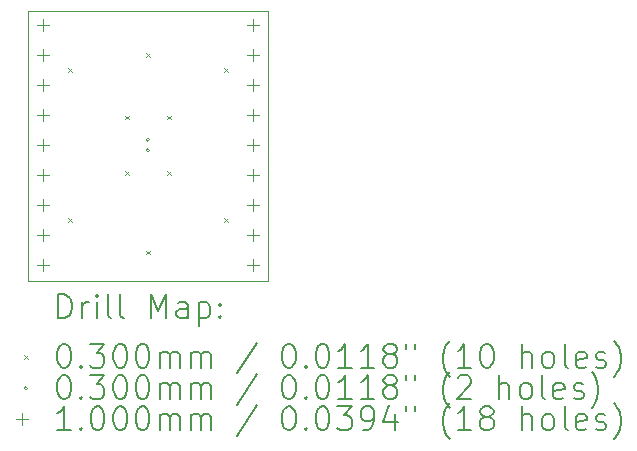
<source format=gbr>
%TF.GenerationSoftware,KiCad,Pcbnew,9.0.6*%
%TF.CreationDate,2026-01-07T12:11:58-06:00*%
%TF.ProjectId,DHVQFN-14_3x2.5_P0.5,44485651-464e-42d3-9134-5f3378322e35,rev?*%
%TF.SameCoordinates,Original*%
%TF.FileFunction,Drillmap*%
%TF.FilePolarity,Positive*%
%FSLAX45Y45*%
G04 Gerber Fmt 4.5, Leading zero omitted, Abs format (unit mm)*
G04 Created by KiCad (PCBNEW 9.0.6) date 2026-01-07 12:11:58*
%MOMM*%
%LPD*%
G01*
G04 APERTURE LIST*
%ADD10C,0.050000*%
%ADD11C,0.200000*%
%ADD12C,0.100000*%
G04 APERTURE END LIST*
D10*
X12293600Y-9991227D02*
X14325600Y-9991227D01*
X14325600Y-12277227D01*
X12293600Y-12277227D01*
X12293600Y-9991227D01*
D11*
D12*
X12634200Y-10475200D02*
X12664200Y-10505200D01*
X12664200Y-10475200D02*
X12634200Y-10505200D01*
X12634200Y-11745200D02*
X12664200Y-11775200D01*
X12664200Y-11745200D02*
X12634200Y-11775200D01*
X13116800Y-10877927D02*
X13146800Y-10907927D01*
X13146800Y-10877927D02*
X13116800Y-10907927D01*
X13116800Y-11347827D02*
X13146800Y-11377827D01*
X13146800Y-11347827D02*
X13116800Y-11377827D01*
X13294600Y-10348200D02*
X13324600Y-10378200D01*
X13324600Y-10348200D02*
X13294600Y-10378200D01*
X13294600Y-12020927D02*
X13324600Y-12050927D01*
X13324600Y-12020927D02*
X13294600Y-12050927D01*
X13472400Y-10877927D02*
X13502400Y-10907927D01*
X13502400Y-10877927D02*
X13472400Y-10907927D01*
X13472400Y-11347827D02*
X13502400Y-11377827D01*
X13502400Y-11347827D02*
X13472400Y-11377827D01*
X13955000Y-10475200D02*
X13985000Y-10505200D01*
X13985000Y-10475200D02*
X13955000Y-10505200D01*
X13955000Y-11745200D02*
X13985000Y-11775200D01*
X13985000Y-11745200D02*
X13955000Y-11775200D01*
X13324600Y-11080200D02*
G75*
G02*
X13294600Y-11080200I-15000J0D01*
G01*
X13294600Y-11080200D02*
G75*
G02*
X13324600Y-11080200I15000J0D01*
G01*
X13324600Y-11170200D02*
G75*
G02*
X13294600Y-11170200I-15000J0D01*
G01*
X13294600Y-11170200D02*
G75*
G02*
X13324600Y-11170200I15000J0D01*
G01*
X12420600Y-10059200D02*
X12420600Y-10159200D01*
X12370600Y-10109200D02*
X12470600Y-10109200D01*
X12420600Y-10313200D02*
X12420600Y-10413200D01*
X12370600Y-10363200D02*
X12470600Y-10363200D01*
X12420600Y-10567200D02*
X12420600Y-10667200D01*
X12370600Y-10617200D02*
X12470600Y-10617200D01*
X12420600Y-10821200D02*
X12420600Y-10921200D01*
X12370600Y-10871200D02*
X12470600Y-10871200D01*
X12420600Y-11075200D02*
X12420600Y-11175200D01*
X12370600Y-11125200D02*
X12470600Y-11125200D01*
X12420600Y-11329200D02*
X12420600Y-11429200D01*
X12370600Y-11379200D02*
X12470600Y-11379200D01*
X12420600Y-11583200D02*
X12420600Y-11683200D01*
X12370600Y-11633200D02*
X12470600Y-11633200D01*
X12420600Y-11837200D02*
X12420600Y-11937200D01*
X12370600Y-11887200D02*
X12470600Y-11887200D01*
X12420600Y-12091200D02*
X12420600Y-12191200D01*
X12370600Y-12141200D02*
X12470600Y-12141200D01*
X14198600Y-10059200D02*
X14198600Y-10159200D01*
X14148600Y-10109200D02*
X14248600Y-10109200D01*
X14198600Y-10313200D02*
X14198600Y-10413200D01*
X14148600Y-10363200D02*
X14248600Y-10363200D01*
X14198600Y-10567200D02*
X14198600Y-10667200D01*
X14148600Y-10617200D02*
X14248600Y-10617200D01*
X14198600Y-10821200D02*
X14198600Y-10921200D01*
X14148600Y-10871200D02*
X14248600Y-10871200D01*
X14198600Y-11075200D02*
X14198600Y-11175200D01*
X14148600Y-11125200D02*
X14248600Y-11125200D01*
X14198600Y-11329200D02*
X14198600Y-11429200D01*
X14148600Y-11379200D02*
X14248600Y-11379200D01*
X14198600Y-11583200D02*
X14198600Y-11683200D01*
X14148600Y-11633200D02*
X14248600Y-11633200D01*
X14198600Y-11837200D02*
X14198600Y-11937200D01*
X14148600Y-11887200D02*
X14248600Y-11887200D01*
X14198600Y-12091200D02*
X14198600Y-12191200D01*
X14148600Y-12141200D02*
X14248600Y-12141200D01*
D11*
X12551877Y-12591211D02*
X12551877Y-12391211D01*
X12551877Y-12391211D02*
X12599496Y-12391211D01*
X12599496Y-12391211D02*
X12628067Y-12400735D01*
X12628067Y-12400735D02*
X12647115Y-12419783D01*
X12647115Y-12419783D02*
X12656639Y-12438830D01*
X12656639Y-12438830D02*
X12666162Y-12476925D01*
X12666162Y-12476925D02*
X12666162Y-12505497D01*
X12666162Y-12505497D02*
X12656639Y-12543592D01*
X12656639Y-12543592D02*
X12647115Y-12562640D01*
X12647115Y-12562640D02*
X12628067Y-12581687D01*
X12628067Y-12581687D02*
X12599496Y-12591211D01*
X12599496Y-12591211D02*
X12551877Y-12591211D01*
X12751877Y-12591211D02*
X12751877Y-12457878D01*
X12751877Y-12495973D02*
X12761401Y-12476925D01*
X12761401Y-12476925D02*
X12770924Y-12467402D01*
X12770924Y-12467402D02*
X12789972Y-12457878D01*
X12789972Y-12457878D02*
X12809020Y-12457878D01*
X12875686Y-12591211D02*
X12875686Y-12457878D01*
X12875686Y-12391211D02*
X12866162Y-12400735D01*
X12866162Y-12400735D02*
X12875686Y-12410259D01*
X12875686Y-12410259D02*
X12885210Y-12400735D01*
X12885210Y-12400735D02*
X12875686Y-12391211D01*
X12875686Y-12391211D02*
X12875686Y-12410259D01*
X12999496Y-12591211D02*
X12980448Y-12581687D01*
X12980448Y-12581687D02*
X12970924Y-12562640D01*
X12970924Y-12562640D02*
X12970924Y-12391211D01*
X13104258Y-12591211D02*
X13085210Y-12581687D01*
X13085210Y-12581687D02*
X13075686Y-12562640D01*
X13075686Y-12562640D02*
X13075686Y-12391211D01*
X13332829Y-12591211D02*
X13332829Y-12391211D01*
X13332829Y-12391211D02*
X13399496Y-12534068D01*
X13399496Y-12534068D02*
X13466162Y-12391211D01*
X13466162Y-12391211D02*
X13466162Y-12591211D01*
X13647115Y-12591211D02*
X13647115Y-12486449D01*
X13647115Y-12486449D02*
X13637591Y-12467402D01*
X13637591Y-12467402D02*
X13618543Y-12457878D01*
X13618543Y-12457878D02*
X13580448Y-12457878D01*
X13580448Y-12457878D02*
X13561401Y-12467402D01*
X13647115Y-12581687D02*
X13628067Y-12591211D01*
X13628067Y-12591211D02*
X13580448Y-12591211D01*
X13580448Y-12591211D02*
X13561401Y-12581687D01*
X13561401Y-12581687D02*
X13551877Y-12562640D01*
X13551877Y-12562640D02*
X13551877Y-12543592D01*
X13551877Y-12543592D02*
X13561401Y-12524544D01*
X13561401Y-12524544D02*
X13580448Y-12515021D01*
X13580448Y-12515021D02*
X13628067Y-12515021D01*
X13628067Y-12515021D02*
X13647115Y-12505497D01*
X13742353Y-12457878D02*
X13742353Y-12657878D01*
X13742353Y-12467402D02*
X13761401Y-12457878D01*
X13761401Y-12457878D02*
X13799496Y-12457878D01*
X13799496Y-12457878D02*
X13818543Y-12467402D01*
X13818543Y-12467402D02*
X13828067Y-12476925D01*
X13828067Y-12476925D02*
X13837591Y-12495973D01*
X13837591Y-12495973D02*
X13837591Y-12553116D01*
X13837591Y-12553116D02*
X13828067Y-12572163D01*
X13828067Y-12572163D02*
X13818543Y-12581687D01*
X13818543Y-12581687D02*
X13799496Y-12591211D01*
X13799496Y-12591211D02*
X13761401Y-12591211D01*
X13761401Y-12591211D02*
X13742353Y-12581687D01*
X13923305Y-12572163D02*
X13932829Y-12581687D01*
X13932829Y-12581687D02*
X13923305Y-12591211D01*
X13923305Y-12591211D02*
X13913782Y-12581687D01*
X13913782Y-12581687D02*
X13923305Y-12572163D01*
X13923305Y-12572163D02*
X13923305Y-12591211D01*
X13923305Y-12467402D02*
X13932829Y-12476925D01*
X13932829Y-12476925D02*
X13923305Y-12486449D01*
X13923305Y-12486449D02*
X13913782Y-12476925D01*
X13913782Y-12476925D02*
X13923305Y-12467402D01*
X13923305Y-12467402D02*
X13923305Y-12486449D01*
D12*
X12261100Y-12904727D02*
X12291100Y-12934727D01*
X12291100Y-12904727D02*
X12261100Y-12934727D01*
D11*
X12589972Y-12811211D02*
X12609020Y-12811211D01*
X12609020Y-12811211D02*
X12628067Y-12820735D01*
X12628067Y-12820735D02*
X12637591Y-12830259D01*
X12637591Y-12830259D02*
X12647115Y-12849306D01*
X12647115Y-12849306D02*
X12656639Y-12887402D01*
X12656639Y-12887402D02*
X12656639Y-12935021D01*
X12656639Y-12935021D02*
X12647115Y-12973116D01*
X12647115Y-12973116D02*
X12637591Y-12992163D01*
X12637591Y-12992163D02*
X12628067Y-13001687D01*
X12628067Y-13001687D02*
X12609020Y-13011211D01*
X12609020Y-13011211D02*
X12589972Y-13011211D01*
X12589972Y-13011211D02*
X12570924Y-13001687D01*
X12570924Y-13001687D02*
X12561401Y-12992163D01*
X12561401Y-12992163D02*
X12551877Y-12973116D01*
X12551877Y-12973116D02*
X12542353Y-12935021D01*
X12542353Y-12935021D02*
X12542353Y-12887402D01*
X12542353Y-12887402D02*
X12551877Y-12849306D01*
X12551877Y-12849306D02*
X12561401Y-12830259D01*
X12561401Y-12830259D02*
X12570924Y-12820735D01*
X12570924Y-12820735D02*
X12589972Y-12811211D01*
X12742353Y-12992163D02*
X12751877Y-13001687D01*
X12751877Y-13001687D02*
X12742353Y-13011211D01*
X12742353Y-13011211D02*
X12732829Y-13001687D01*
X12732829Y-13001687D02*
X12742353Y-12992163D01*
X12742353Y-12992163D02*
X12742353Y-13011211D01*
X12818543Y-12811211D02*
X12942353Y-12811211D01*
X12942353Y-12811211D02*
X12875686Y-12887402D01*
X12875686Y-12887402D02*
X12904258Y-12887402D01*
X12904258Y-12887402D02*
X12923305Y-12896925D01*
X12923305Y-12896925D02*
X12932829Y-12906449D01*
X12932829Y-12906449D02*
X12942353Y-12925497D01*
X12942353Y-12925497D02*
X12942353Y-12973116D01*
X12942353Y-12973116D02*
X12932829Y-12992163D01*
X12932829Y-12992163D02*
X12923305Y-13001687D01*
X12923305Y-13001687D02*
X12904258Y-13011211D01*
X12904258Y-13011211D02*
X12847115Y-13011211D01*
X12847115Y-13011211D02*
X12828067Y-13001687D01*
X12828067Y-13001687D02*
X12818543Y-12992163D01*
X13066162Y-12811211D02*
X13085210Y-12811211D01*
X13085210Y-12811211D02*
X13104258Y-12820735D01*
X13104258Y-12820735D02*
X13113782Y-12830259D01*
X13113782Y-12830259D02*
X13123305Y-12849306D01*
X13123305Y-12849306D02*
X13132829Y-12887402D01*
X13132829Y-12887402D02*
X13132829Y-12935021D01*
X13132829Y-12935021D02*
X13123305Y-12973116D01*
X13123305Y-12973116D02*
X13113782Y-12992163D01*
X13113782Y-12992163D02*
X13104258Y-13001687D01*
X13104258Y-13001687D02*
X13085210Y-13011211D01*
X13085210Y-13011211D02*
X13066162Y-13011211D01*
X13066162Y-13011211D02*
X13047115Y-13001687D01*
X13047115Y-13001687D02*
X13037591Y-12992163D01*
X13037591Y-12992163D02*
X13028067Y-12973116D01*
X13028067Y-12973116D02*
X13018543Y-12935021D01*
X13018543Y-12935021D02*
X13018543Y-12887402D01*
X13018543Y-12887402D02*
X13028067Y-12849306D01*
X13028067Y-12849306D02*
X13037591Y-12830259D01*
X13037591Y-12830259D02*
X13047115Y-12820735D01*
X13047115Y-12820735D02*
X13066162Y-12811211D01*
X13256639Y-12811211D02*
X13275686Y-12811211D01*
X13275686Y-12811211D02*
X13294734Y-12820735D01*
X13294734Y-12820735D02*
X13304258Y-12830259D01*
X13304258Y-12830259D02*
X13313782Y-12849306D01*
X13313782Y-12849306D02*
X13323305Y-12887402D01*
X13323305Y-12887402D02*
X13323305Y-12935021D01*
X13323305Y-12935021D02*
X13313782Y-12973116D01*
X13313782Y-12973116D02*
X13304258Y-12992163D01*
X13304258Y-12992163D02*
X13294734Y-13001687D01*
X13294734Y-13001687D02*
X13275686Y-13011211D01*
X13275686Y-13011211D02*
X13256639Y-13011211D01*
X13256639Y-13011211D02*
X13237591Y-13001687D01*
X13237591Y-13001687D02*
X13228067Y-12992163D01*
X13228067Y-12992163D02*
X13218543Y-12973116D01*
X13218543Y-12973116D02*
X13209020Y-12935021D01*
X13209020Y-12935021D02*
X13209020Y-12887402D01*
X13209020Y-12887402D02*
X13218543Y-12849306D01*
X13218543Y-12849306D02*
X13228067Y-12830259D01*
X13228067Y-12830259D02*
X13237591Y-12820735D01*
X13237591Y-12820735D02*
X13256639Y-12811211D01*
X13409020Y-13011211D02*
X13409020Y-12877878D01*
X13409020Y-12896925D02*
X13418543Y-12887402D01*
X13418543Y-12887402D02*
X13437591Y-12877878D01*
X13437591Y-12877878D02*
X13466163Y-12877878D01*
X13466163Y-12877878D02*
X13485210Y-12887402D01*
X13485210Y-12887402D02*
X13494734Y-12906449D01*
X13494734Y-12906449D02*
X13494734Y-13011211D01*
X13494734Y-12906449D02*
X13504258Y-12887402D01*
X13504258Y-12887402D02*
X13523305Y-12877878D01*
X13523305Y-12877878D02*
X13551877Y-12877878D01*
X13551877Y-12877878D02*
X13570924Y-12887402D01*
X13570924Y-12887402D02*
X13580448Y-12906449D01*
X13580448Y-12906449D02*
X13580448Y-13011211D01*
X13675686Y-13011211D02*
X13675686Y-12877878D01*
X13675686Y-12896925D02*
X13685210Y-12887402D01*
X13685210Y-12887402D02*
X13704258Y-12877878D01*
X13704258Y-12877878D02*
X13732829Y-12877878D01*
X13732829Y-12877878D02*
X13751877Y-12887402D01*
X13751877Y-12887402D02*
X13761401Y-12906449D01*
X13761401Y-12906449D02*
X13761401Y-13011211D01*
X13761401Y-12906449D02*
X13770924Y-12887402D01*
X13770924Y-12887402D02*
X13789972Y-12877878D01*
X13789972Y-12877878D02*
X13818543Y-12877878D01*
X13818543Y-12877878D02*
X13837591Y-12887402D01*
X13837591Y-12887402D02*
X13847115Y-12906449D01*
X13847115Y-12906449D02*
X13847115Y-13011211D01*
X14237591Y-12801687D02*
X14066163Y-13058830D01*
X14494734Y-12811211D02*
X14513782Y-12811211D01*
X14513782Y-12811211D02*
X14532829Y-12820735D01*
X14532829Y-12820735D02*
X14542353Y-12830259D01*
X14542353Y-12830259D02*
X14551877Y-12849306D01*
X14551877Y-12849306D02*
X14561401Y-12887402D01*
X14561401Y-12887402D02*
X14561401Y-12935021D01*
X14561401Y-12935021D02*
X14551877Y-12973116D01*
X14551877Y-12973116D02*
X14542353Y-12992163D01*
X14542353Y-12992163D02*
X14532829Y-13001687D01*
X14532829Y-13001687D02*
X14513782Y-13011211D01*
X14513782Y-13011211D02*
X14494734Y-13011211D01*
X14494734Y-13011211D02*
X14475686Y-13001687D01*
X14475686Y-13001687D02*
X14466163Y-12992163D01*
X14466163Y-12992163D02*
X14456639Y-12973116D01*
X14456639Y-12973116D02*
X14447115Y-12935021D01*
X14447115Y-12935021D02*
X14447115Y-12887402D01*
X14447115Y-12887402D02*
X14456639Y-12849306D01*
X14456639Y-12849306D02*
X14466163Y-12830259D01*
X14466163Y-12830259D02*
X14475686Y-12820735D01*
X14475686Y-12820735D02*
X14494734Y-12811211D01*
X14647115Y-12992163D02*
X14656639Y-13001687D01*
X14656639Y-13001687D02*
X14647115Y-13011211D01*
X14647115Y-13011211D02*
X14637591Y-13001687D01*
X14637591Y-13001687D02*
X14647115Y-12992163D01*
X14647115Y-12992163D02*
X14647115Y-13011211D01*
X14780448Y-12811211D02*
X14799496Y-12811211D01*
X14799496Y-12811211D02*
X14818544Y-12820735D01*
X14818544Y-12820735D02*
X14828067Y-12830259D01*
X14828067Y-12830259D02*
X14837591Y-12849306D01*
X14837591Y-12849306D02*
X14847115Y-12887402D01*
X14847115Y-12887402D02*
X14847115Y-12935021D01*
X14847115Y-12935021D02*
X14837591Y-12973116D01*
X14837591Y-12973116D02*
X14828067Y-12992163D01*
X14828067Y-12992163D02*
X14818544Y-13001687D01*
X14818544Y-13001687D02*
X14799496Y-13011211D01*
X14799496Y-13011211D02*
X14780448Y-13011211D01*
X14780448Y-13011211D02*
X14761401Y-13001687D01*
X14761401Y-13001687D02*
X14751877Y-12992163D01*
X14751877Y-12992163D02*
X14742353Y-12973116D01*
X14742353Y-12973116D02*
X14732829Y-12935021D01*
X14732829Y-12935021D02*
X14732829Y-12887402D01*
X14732829Y-12887402D02*
X14742353Y-12849306D01*
X14742353Y-12849306D02*
X14751877Y-12830259D01*
X14751877Y-12830259D02*
X14761401Y-12820735D01*
X14761401Y-12820735D02*
X14780448Y-12811211D01*
X15037591Y-13011211D02*
X14923306Y-13011211D01*
X14980448Y-13011211D02*
X14980448Y-12811211D01*
X14980448Y-12811211D02*
X14961401Y-12839783D01*
X14961401Y-12839783D02*
X14942353Y-12858830D01*
X14942353Y-12858830D02*
X14923306Y-12868354D01*
X15228067Y-13011211D02*
X15113782Y-13011211D01*
X15170925Y-13011211D02*
X15170925Y-12811211D01*
X15170925Y-12811211D02*
X15151877Y-12839783D01*
X15151877Y-12839783D02*
X15132829Y-12858830D01*
X15132829Y-12858830D02*
X15113782Y-12868354D01*
X15342353Y-12896925D02*
X15323306Y-12887402D01*
X15323306Y-12887402D02*
X15313782Y-12877878D01*
X15313782Y-12877878D02*
X15304258Y-12858830D01*
X15304258Y-12858830D02*
X15304258Y-12849306D01*
X15304258Y-12849306D02*
X15313782Y-12830259D01*
X15313782Y-12830259D02*
X15323306Y-12820735D01*
X15323306Y-12820735D02*
X15342353Y-12811211D01*
X15342353Y-12811211D02*
X15380448Y-12811211D01*
X15380448Y-12811211D02*
X15399496Y-12820735D01*
X15399496Y-12820735D02*
X15409020Y-12830259D01*
X15409020Y-12830259D02*
X15418544Y-12849306D01*
X15418544Y-12849306D02*
X15418544Y-12858830D01*
X15418544Y-12858830D02*
X15409020Y-12877878D01*
X15409020Y-12877878D02*
X15399496Y-12887402D01*
X15399496Y-12887402D02*
X15380448Y-12896925D01*
X15380448Y-12896925D02*
X15342353Y-12896925D01*
X15342353Y-12896925D02*
X15323306Y-12906449D01*
X15323306Y-12906449D02*
X15313782Y-12915973D01*
X15313782Y-12915973D02*
X15304258Y-12935021D01*
X15304258Y-12935021D02*
X15304258Y-12973116D01*
X15304258Y-12973116D02*
X15313782Y-12992163D01*
X15313782Y-12992163D02*
X15323306Y-13001687D01*
X15323306Y-13001687D02*
X15342353Y-13011211D01*
X15342353Y-13011211D02*
X15380448Y-13011211D01*
X15380448Y-13011211D02*
X15399496Y-13001687D01*
X15399496Y-13001687D02*
X15409020Y-12992163D01*
X15409020Y-12992163D02*
X15418544Y-12973116D01*
X15418544Y-12973116D02*
X15418544Y-12935021D01*
X15418544Y-12935021D02*
X15409020Y-12915973D01*
X15409020Y-12915973D02*
X15399496Y-12906449D01*
X15399496Y-12906449D02*
X15380448Y-12896925D01*
X15494734Y-12811211D02*
X15494734Y-12849306D01*
X15570925Y-12811211D02*
X15570925Y-12849306D01*
X15866163Y-13087402D02*
X15856639Y-13077878D01*
X15856639Y-13077878D02*
X15837591Y-13049306D01*
X15837591Y-13049306D02*
X15828068Y-13030259D01*
X15828068Y-13030259D02*
X15818544Y-13001687D01*
X15818544Y-13001687D02*
X15809020Y-12954068D01*
X15809020Y-12954068D02*
X15809020Y-12915973D01*
X15809020Y-12915973D02*
X15818544Y-12868354D01*
X15818544Y-12868354D02*
X15828068Y-12839783D01*
X15828068Y-12839783D02*
X15837591Y-12820735D01*
X15837591Y-12820735D02*
X15856639Y-12792163D01*
X15856639Y-12792163D02*
X15866163Y-12782640D01*
X16047115Y-13011211D02*
X15932829Y-13011211D01*
X15989972Y-13011211D02*
X15989972Y-12811211D01*
X15989972Y-12811211D02*
X15970925Y-12839783D01*
X15970925Y-12839783D02*
X15951877Y-12858830D01*
X15951877Y-12858830D02*
X15932829Y-12868354D01*
X16170925Y-12811211D02*
X16189972Y-12811211D01*
X16189972Y-12811211D02*
X16209020Y-12820735D01*
X16209020Y-12820735D02*
X16218544Y-12830259D01*
X16218544Y-12830259D02*
X16228068Y-12849306D01*
X16228068Y-12849306D02*
X16237591Y-12887402D01*
X16237591Y-12887402D02*
X16237591Y-12935021D01*
X16237591Y-12935021D02*
X16228068Y-12973116D01*
X16228068Y-12973116D02*
X16218544Y-12992163D01*
X16218544Y-12992163D02*
X16209020Y-13001687D01*
X16209020Y-13001687D02*
X16189972Y-13011211D01*
X16189972Y-13011211D02*
X16170925Y-13011211D01*
X16170925Y-13011211D02*
X16151877Y-13001687D01*
X16151877Y-13001687D02*
X16142353Y-12992163D01*
X16142353Y-12992163D02*
X16132829Y-12973116D01*
X16132829Y-12973116D02*
X16123306Y-12935021D01*
X16123306Y-12935021D02*
X16123306Y-12887402D01*
X16123306Y-12887402D02*
X16132829Y-12849306D01*
X16132829Y-12849306D02*
X16142353Y-12830259D01*
X16142353Y-12830259D02*
X16151877Y-12820735D01*
X16151877Y-12820735D02*
X16170925Y-12811211D01*
X16475687Y-13011211D02*
X16475687Y-12811211D01*
X16561401Y-13011211D02*
X16561401Y-12906449D01*
X16561401Y-12906449D02*
X16551877Y-12887402D01*
X16551877Y-12887402D02*
X16532830Y-12877878D01*
X16532830Y-12877878D02*
X16504258Y-12877878D01*
X16504258Y-12877878D02*
X16485210Y-12887402D01*
X16485210Y-12887402D02*
X16475687Y-12896925D01*
X16685210Y-13011211D02*
X16666163Y-13001687D01*
X16666163Y-13001687D02*
X16656639Y-12992163D01*
X16656639Y-12992163D02*
X16647115Y-12973116D01*
X16647115Y-12973116D02*
X16647115Y-12915973D01*
X16647115Y-12915973D02*
X16656639Y-12896925D01*
X16656639Y-12896925D02*
X16666163Y-12887402D01*
X16666163Y-12887402D02*
X16685210Y-12877878D01*
X16685210Y-12877878D02*
X16713782Y-12877878D01*
X16713782Y-12877878D02*
X16732830Y-12887402D01*
X16732830Y-12887402D02*
X16742353Y-12896925D01*
X16742353Y-12896925D02*
X16751877Y-12915973D01*
X16751877Y-12915973D02*
X16751877Y-12973116D01*
X16751877Y-12973116D02*
X16742353Y-12992163D01*
X16742353Y-12992163D02*
X16732830Y-13001687D01*
X16732830Y-13001687D02*
X16713782Y-13011211D01*
X16713782Y-13011211D02*
X16685210Y-13011211D01*
X16866163Y-13011211D02*
X16847115Y-13001687D01*
X16847115Y-13001687D02*
X16837592Y-12982640D01*
X16837592Y-12982640D02*
X16837592Y-12811211D01*
X17018544Y-13001687D02*
X16999496Y-13011211D01*
X16999496Y-13011211D02*
X16961401Y-13011211D01*
X16961401Y-13011211D02*
X16942353Y-13001687D01*
X16942353Y-13001687D02*
X16932830Y-12982640D01*
X16932830Y-12982640D02*
X16932830Y-12906449D01*
X16932830Y-12906449D02*
X16942353Y-12887402D01*
X16942353Y-12887402D02*
X16961401Y-12877878D01*
X16961401Y-12877878D02*
X16999496Y-12877878D01*
X16999496Y-12877878D02*
X17018544Y-12887402D01*
X17018544Y-12887402D02*
X17028068Y-12906449D01*
X17028068Y-12906449D02*
X17028068Y-12925497D01*
X17028068Y-12925497D02*
X16932830Y-12944544D01*
X17104258Y-13001687D02*
X17123306Y-13011211D01*
X17123306Y-13011211D02*
X17161401Y-13011211D01*
X17161401Y-13011211D02*
X17180449Y-13001687D01*
X17180449Y-13001687D02*
X17189973Y-12982640D01*
X17189973Y-12982640D02*
X17189973Y-12973116D01*
X17189973Y-12973116D02*
X17180449Y-12954068D01*
X17180449Y-12954068D02*
X17161401Y-12944544D01*
X17161401Y-12944544D02*
X17132830Y-12944544D01*
X17132830Y-12944544D02*
X17113782Y-12935021D01*
X17113782Y-12935021D02*
X17104258Y-12915973D01*
X17104258Y-12915973D02*
X17104258Y-12906449D01*
X17104258Y-12906449D02*
X17113782Y-12887402D01*
X17113782Y-12887402D02*
X17132830Y-12877878D01*
X17132830Y-12877878D02*
X17161401Y-12877878D01*
X17161401Y-12877878D02*
X17180449Y-12887402D01*
X17256639Y-13087402D02*
X17266163Y-13077878D01*
X17266163Y-13077878D02*
X17285211Y-13049306D01*
X17285211Y-13049306D02*
X17294734Y-13030259D01*
X17294734Y-13030259D02*
X17304258Y-13001687D01*
X17304258Y-13001687D02*
X17313782Y-12954068D01*
X17313782Y-12954068D02*
X17313782Y-12915973D01*
X17313782Y-12915973D02*
X17304258Y-12868354D01*
X17304258Y-12868354D02*
X17294734Y-12839783D01*
X17294734Y-12839783D02*
X17285211Y-12820735D01*
X17285211Y-12820735D02*
X17266163Y-12792163D01*
X17266163Y-12792163D02*
X17256639Y-12782640D01*
D12*
X12291100Y-13183727D02*
G75*
G02*
X12261100Y-13183727I-15000J0D01*
G01*
X12261100Y-13183727D02*
G75*
G02*
X12291100Y-13183727I15000J0D01*
G01*
D11*
X12589972Y-13075211D02*
X12609020Y-13075211D01*
X12609020Y-13075211D02*
X12628067Y-13084735D01*
X12628067Y-13084735D02*
X12637591Y-13094259D01*
X12637591Y-13094259D02*
X12647115Y-13113306D01*
X12647115Y-13113306D02*
X12656639Y-13151402D01*
X12656639Y-13151402D02*
X12656639Y-13199021D01*
X12656639Y-13199021D02*
X12647115Y-13237116D01*
X12647115Y-13237116D02*
X12637591Y-13256163D01*
X12637591Y-13256163D02*
X12628067Y-13265687D01*
X12628067Y-13265687D02*
X12609020Y-13275211D01*
X12609020Y-13275211D02*
X12589972Y-13275211D01*
X12589972Y-13275211D02*
X12570924Y-13265687D01*
X12570924Y-13265687D02*
X12561401Y-13256163D01*
X12561401Y-13256163D02*
X12551877Y-13237116D01*
X12551877Y-13237116D02*
X12542353Y-13199021D01*
X12542353Y-13199021D02*
X12542353Y-13151402D01*
X12542353Y-13151402D02*
X12551877Y-13113306D01*
X12551877Y-13113306D02*
X12561401Y-13094259D01*
X12561401Y-13094259D02*
X12570924Y-13084735D01*
X12570924Y-13084735D02*
X12589972Y-13075211D01*
X12742353Y-13256163D02*
X12751877Y-13265687D01*
X12751877Y-13265687D02*
X12742353Y-13275211D01*
X12742353Y-13275211D02*
X12732829Y-13265687D01*
X12732829Y-13265687D02*
X12742353Y-13256163D01*
X12742353Y-13256163D02*
X12742353Y-13275211D01*
X12818543Y-13075211D02*
X12942353Y-13075211D01*
X12942353Y-13075211D02*
X12875686Y-13151402D01*
X12875686Y-13151402D02*
X12904258Y-13151402D01*
X12904258Y-13151402D02*
X12923305Y-13160925D01*
X12923305Y-13160925D02*
X12932829Y-13170449D01*
X12932829Y-13170449D02*
X12942353Y-13189497D01*
X12942353Y-13189497D02*
X12942353Y-13237116D01*
X12942353Y-13237116D02*
X12932829Y-13256163D01*
X12932829Y-13256163D02*
X12923305Y-13265687D01*
X12923305Y-13265687D02*
X12904258Y-13275211D01*
X12904258Y-13275211D02*
X12847115Y-13275211D01*
X12847115Y-13275211D02*
X12828067Y-13265687D01*
X12828067Y-13265687D02*
X12818543Y-13256163D01*
X13066162Y-13075211D02*
X13085210Y-13075211D01*
X13085210Y-13075211D02*
X13104258Y-13084735D01*
X13104258Y-13084735D02*
X13113782Y-13094259D01*
X13113782Y-13094259D02*
X13123305Y-13113306D01*
X13123305Y-13113306D02*
X13132829Y-13151402D01*
X13132829Y-13151402D02*
X13132829Y-13199021D01*
X13132829Y-13199021D02*
X13123305Y-13237116D01*
X13123305Y-13237116D02*
X13113782Y-13256163D01*
X13113782Y-13256163D02*
X13104258Y-13265687D01*
X13104258Y-13265687D02*
X13085210Y-13275211D01*
X13085210Y-13275211D02*
X13066162Y-13275211D01*
X13066162Y-13275211D02*
X13047115Y-13265687D01*
X13047115Y-13265687D02*
X13037591Y-13256163D01*
X13037591Y-13256163D02*
X13028067Y-13237116D01*
X13028067Y-13237116D02*
X13018543Y-13199021D01*
X13018543Y-13199021D02*
X13018543Y-13151402D01*
X13018543Y-13151402D02*
X13028067Y-13113306D01*
X13028067Y-13113306D02*
X13037591Y-13094259D01*
X13037591Y-13094259D02*
X13047115Y-13084735D01*
X13047115Y-13084735D02*
X13066162Y-13075211D01*
X13256639Y-13075211D02*
X13275686Y-13075211D01*
X13275686Y-13075211D02*
X13294734Y-13084735D01*
X13294734Y-13084735D02*
X13304258Y-13094259D01*
X13304258Y-13094259D02*
X13313782Y-13113306D01*
X13313782Y-13113306D02*
X13323305Y-13151402D01*
X13323305Y-13151402D02*
X13323305Y-13199021D01*
X13323305Y-13199021D02*
X13313782Y-13237116D01*
X13313782Y-13237116D02*
X13304258Y-13256163D01*
X13304258Y-13256163D02*
X13294734Y-13265687D01*
X13294734Y-13265687D02*
X13275686Y-13275211D01*
X13275686Y-13275211D02*
X13256639Y-13275211D01*
X13256639Y-13275211D02*
X13237591Y-13265687D01*
X13237591Y-13265687D02*
X13228067Y-13256163D01*
X13228067Y-13256163D02*
X13218543Y-13237116D01*
X13218543Y-13237116D02*
X13209020Y-13199021D01*
X13209020Y-13199021D02*
X13209020Y-13151402D01*
X13209020Y-13151402D02*
X13218543Y-13113306D01*
X13218543Y-13113306D02*
X13228067Y-13094259D01*
X13228067Y-13094259D02*
X13237591Y-13084735D01*
X13237591Y-13084735D02*
X13256639Y-13075211D01*
X13409020Y-13275211D02*
X13409020Y-13141878D01*
X13409020Y-13160925D02*
X13418543Y-13151402D01*
X13418543Y-13151402D02*
X13437591Y-13141878D01*
X13437591Y-13141878D02*
X13466163Y-13141878D01*
X13466163Y-13141878D02*
X13485210Y-13151402D01*
X13485210Y-13151402D02*
X13494734Y-13170449D01*
X13494734Y-13170449D02*
X13494734Y-13275211D01*
X13494734Y-13170449D02*
X13504258Y-13151402D01*
X13504258Y-13151402D02*
X13523305Y-13141878D01*
X13523305Y-13141878D02*
X13551877Y-13141878D01*
X13551877Y-13141878D02*
X13570924Y-13151402D01*
X13570924Y-13151402D02*
X13580448Y-13170449D01*
X13580448Y-13170449D02*
X13580448Y-13275211D01*
X13675686Y-13275211D02*
X13675686Y-13141878D01*
X13675686Y-13160925D02*
X13685210Y-13151402D01*
X13685210Y-13151402D02*
X13704258Y-13141878D01*
X13704258Y-13141878D02*
X13732829Y-13141878D01*
X13732829Y-13141878D02*
X13751877Y-13151402D01*
X13751877Y-13151402D02*
X13761401Y-13170449D01*
X13761401Y-13170449D02*
X13761401Y-13275211D01*
X13761401Y-13170449D02*
X13770924Y-13151402D01*
X13770924Y-13151402D02*
X13789972Y-13141878D01*
X13789972Y-13141878D02*
X13818543Y-13141878D01*
X13818543Y-13141878D02*
X13837591Y-13151402D01*
X13837591Y-13151402D02*
X13847115Y-13170449D01*
X13847115Y-13170449D02*
X13847115Y-13275211D01*
X14237591Y-13065687D02*
X14066163Y-13322830D01*
X14494734Y-13075211D02*
X14513782Y-13075211D01*
X14513782Y-13075211D02*
X14532829Y-13084735D01*
X14532829Y-13084735D02*
X14542353Y-13094259D01*
X14542353Y-13094259D02*
X14551877Y-13113306D01*
X14551877Y-13113306D02*
X14561401Y-13151402D01*
X14561401Y-13151402D02*
X14561401Y-13199021D01*
X14561401Y-13199021D02*
X14551877Y-13237116D01*
X14551877Y-13237116D02*
X14542353Y-13256163D01*
X14542353Y-13256163D02*
X14532829Y-13265687D01*
X14532829Y-13265687D02*
X14513782Y-13275211D01*
X14513782Y-13275211D02*
X14494734Y-13275211D01*
X14494734Y-13275211D02*
X14475686Y-13265687D01*
X14475686Y-13265687D02*
X14466163Y-13256163D01*
X14466163Y-13256163D02*
X14456639Y-13237116D01*
X14456639Y-13237116D02*
X14447115Y-13199021D01*
X14447115Y-13199021D02*
X14447115Y-13151402D01*
X14447115Y-13151402D02*
X14456639Y-13113306D01*
X14456639Y-13113306D02*
X14466163Y-13094259D01*
X14466163Y-13094259D02*
X14475686Y-13084735D01*
X14475686Y-13084735D02*
X14494734Y-13075211D01*
X14647115Y-13256163D02*
X14656639Y-13265687D01*
X14656639Y-13265687D02*
X14647115Y-13275211D01*
X14647115Y-13275211D02*
X14637591Y-13265687D01*
X14637591Y-13265687D02*
X14647115Y-13256163D01*
X14647115Y-13256163D02*
X14647115Y-13275211D01*
X14780448Y-13075211D02*
X14799496Y-13075211D01*
X14799496Y-13075211D02*
X14818544Y-13084735D01*
X14818544Y-13084735D02*
X14828067Y-13094259D01*
X14828067Y-13094259D02*
X14837591Y-13113306D01*
X14837591Y-13113306D02*
X14847115Y-13151402D01*
X14847115Y-13151402D02*
X14847115Y-13199021D01*
X14847115Y-13199021D02*
X14837591Y-13237116D01*
X14837591Y-13237116D02*
X14828067Y-13256163D01*
X14828067Y-13256163D02*
X14818544Y-13265687D01*
X14818544Y-13265687D02*
X14799496Y-13275211D01*
X14799496Y-13275211D02*
X14780448Y-13275211D01*
X14780448Y-13275211D02*
X14761401Y-13265687D01*
X14761401Y-13265687D02*
X14751877Y-13256163D01*
X14751877Y-13256163D02*
X14742353Y-13237116D01*
X14742353Y-13237116D02*
X14732829Y-13199021D01*
X14732829Y-13199021D02*
X14732829Y-13151402D01*
X14732829Y-13151402D02*
X14742353Y-13113306D01*
X14742353Y-13113306D02*
X14751877Y-13094259D01*
X14751877Y-13094259D02*
X14761401Y-13084735D01*
X14761401Y-13084735D02*
X14780448Y-13075211D01*
X15037591Y-13275211D02*
X14923306Y-13275211D01*
X14980448Y-13275211D02*
X14980448Y-13075211D01*
X14980448Y-13075211D02*
X14961401Y-13103783D01*
X14961401Y-13103783D02*
X14942353Y-13122830D01*
X14942353Y-13122830D02*
X14923306Y-13132354D01*
X15228067Y-13275211D02*
X15113782Y-13275211D01*
X15170925Y-13275211D02*
X15170925Y-13075211D01*
X15170925Y-13075211D02*
X15151877Y-13103783D01*
X15151877Y-13103783D02*
X15132829Y-13122830D01*
X15132829Y-13122830D02*
X15113782Y-13132354D01*
X15342353Y-13160925D02*
X15323306Y-13151402D01*
X15323306Y-13151402D02*
X15313782Y-13141878D01*
X15313782Y-13141878D02*
X15304258Y-13122830D01*
X15304258Y-13122830D02*
X15304258Y-13113306D01*
X15304258Y-13113306D02*
X15313782Y-13094259D01*
X15313782Y-13094259D02*
X15323306Y-13084735D01*
X15323306Y-13084735D02*
X15342353Y-13075211D01*
X15342353Y-13075211D02*
X15380448Y-13075211D01*
X15380448Y-13075211D02*
X15399496Y-13084735D01*
X15399496Y-13084735D02*
X15409020Y-13094259D01*
X15409020Y-13094259D02*
X15418544Y-13113306D01*
X15418544Y-13113306D02*
X15418544Y-13122830D01*
X15418544Y-13122830D02*
X15409020Y-13141878D01*
X15409020Y-13141878D02*
X15399496Y-13151402D01*
X15399496Y-13151402D02*
X15380448Y-13160925D01*
X15380448Y-13160925D02*
X15342353Y-13160925D01*
X15342353Y-13160925D02*
X15323306Y-13170449D01*
X15323306Y-13170449D02*
X15313782Y-13179973D01*
X15313782Y-13179973D02*
X15304258Y-13199021D01*
X15304258Y-13199021D02*
X15304258Y-13237116D01*
X15304258Y-13237116D02*
X15313782Y-13256163D01*
X15313782Y-13256163D02*
X15323306Y-13265687D01*
X15323306Y-13265687D02*
X15342353Y-13275211D01*
X15342353Y-13275211D02*
X15380448Y-13275211D01*
X15380448Y-13275211D02*
X15399496Y-13265687D01*
X15399496Y-13265687D02*
X15409020Y-13256163D01*
X15409020Y-13256163D02*
X15418544Y-13237116D01*
X15418544Y-13237116D02*
X15418544Y-13199021D01*
X15418544Y-13199021D02*
X15409020Y-13179973D01*
X15409020Y-13179973D02*
X15399496Y-13170449D01*
X15399496Y-13170449D02*
X15380448Y-13160925D01*
X15494734Y-13075211D02*
X15494734Y-13113306D01*
X15570925Y-13075211D02*
X15570925Y-13113306D01*
X15866163Y-13351402D02*
X15856639Y-13341878D01*
X15856639Y-13341878D02*
X15837591Y-13313306D01*
X15837591Y-13313306D02*
X15828068Y-13294259D01*
X15828068Y-13294259D02*
X15818544Y-13265687D01*
X15818544Y-13265687D02*
X15809020Y-13218068D01*
X15809020Y-13218068D02*
X15809020Y-13179973D01*
X15809020Y-13179973D02*
X15818544Y-13132354D01*
X15818544Y-13132354D02*
X15828068Y-13103783D01*
X15828068Y-13103783D02*
X15837591Y-13084735D01*
X15837591Y-13084735D02*
X15856639Y-13056163D01*
X15856639Y-13056163D02*
X15866163Y-13046640D01*
X15932829Y-13094259D02*
X15942353Y-13084735D01*
X15942353Y-13084735D02*
X15961401Y-13075211D01*
X15961401Y-13075211D02*
X16009020Y-13075211D01*
X16009020Y-13075211D02*
X16028068Y-13084735D01*
X16028068Y-13084735D02*
X16037591Y-13094259D01*
X16037591Y-13094259D02*
X16047115Y-13113306D01*
X16047115Y-13113306D02*
X16047115Y-13132354D01*
X16047115Y-13132354D02*
X16037591Y-13160925D01*
X16037591Y-13160925D02*
X15923306Y-13275211D01*
X15923306Y-13275211D02*
X16047115Y-13275211D01*
X16285210Y-13275211D02*
X16285210Y-13075211D01*
X16370925Y-13275211D02*
X16370925Y-13170449D01*
X16370925Y-13170449D02*
X16361401Y-13151402D01*
X16361401Y-13151402D02*
X16342353Y-13141878D01*
X16342353Y-13141878D02*
X16313782Y-13141878D01*
X16313782Y-13141878D02*
X16294734Y-13151402D01*
X16294734Y-13151402D02*
X16285210Y-13160925D01*
X16494734Y-13275211D02*
X16475687Y-13265687D01*
X16475687Y-13265687D02*
X16466163Y-13256163D01*
X16466163Y-13256163D02*
X16456639Y-13237116D01*
X16456639Y-13237116D02*
X16456639Y-13179973D01*
X16456639Y-13179973D02*
X16466163Y-13160925D01*
X16466163Y-13160925D02*
X16475687Y-13151402D01*
X16475687Y-13151402D02*
X16494734Y-13141878D01*
X16494734Y-13141878D02*
X16523306Y-13141878D01*
X16523306Y-13141878D02*
X16542353Y-13151402D01*
X16542353Y-13151402D02*
X16551877Y-13160925D01*
X16551877Y-13160925D02*
X16561401Y-13179973D01*
X16561401Y-13179973D02*
X16561401Y-13237116D01*
X16561401Y-13237116D02*
X16551877Y-13256163D01*
X16551877Y-13256163D02*
X16542353Y-13265687D01*
X16542353Y-13265687D02*
X16523306Y-13275211D01*
X16523306Y-13275211D02*
X16494734Y-13275211D01*
X16675687Y-13275211D02*
X16656639Y-13265687D01*
X16656639Y-13265687D02*
X16647115Y-13246640D01*
X16647115Y-13246640D02*
X16647115Y-13075211D01*
X16828068Y-13265687D02*
X16809020Y-13275211D01*
X16809020Y-13275211D02*
X16770925Y-13275211D01*
X16770925Y-13275211D02*
X16751877Y-13265687D01*
X16751877Y-13265687D02*
X16742353Y-13246640D01*
X16742353Y-13246640D02*
X16742353Y-13170449D01*
X16742353Y-13170449D02*
X16751877Y-13151402D01*
X16751877Y-13151402D02*
X16770925Y-13141878D01*
X16770925Y-13141878D02*
X16809020Y-13141878D01*
X16809020Y-13141878D02*
X16828068Y-13151402D01*
X16828068Y-13151402D02*
X16837592Y-13170449D01*
X16837592Y-13170449D02*
X16837592Y-13189497D01*
X16837592Y-13189497D02*
X16742353Y-13208544D01*
X16913782Y-13265687D02*
X16932830Y-13275211D01*
X16932830Y-13275211D02*
X16970925Y-13275211D01*
X16970925Y-13275211D02*
X16989973Y-13265687D01*
X16989973Y-13265687D02*
X16999496Y-13246640D01*
X16999496Y-13246640D02*
X16999496Y-13237116D01*
X16999496Y-13237116D02*
X16989973Y-13218068D01*
X16989973Y-13218068D02*
X16970925Y-13208544D01*
X16970925Y-13208544D02*
X16942353Y-13208544D01*
X16942353Y-13208544D02*
X16923306Y-13199021D01*
X16923306Y-13199021D02*
X16913782Y-13179973D01*
X16913782Y-13179973D02*
X16913782Y-13170449D01*
X16913782Y-13170449D02*
X16923306Y-13151402D01*
X16923306Y-13151402D02*
X16942353Y-13141878D01*
X16942353Y-13141878D02*
X16970925Y-13141878D01*
X16970925Y-13141878D02*
X16989973Y-13151402D01*
X17066163Y-13351402D02*
X17075687Y-13341878D01*
X17075687Y-13341878D02*
X17094734Y-13313306D01*
X17094734Y-13313306D02*
X17104258Y-13294259D01*
X17104258Y-13294259D02*
X17113782Y-13265687D01*
X17113782Y-13265687D02*
X17123306Y-13218068D01*
X17123306Y-13218068D02*
X17123306Y-13179973D01*
X17123306Y-13179973D02*
X17113782Y-13132354D01*
X17113782Y-13132354D02*
X17104258Y-13103783D01*
X17104258Y-13103783D02*
X17094734Y-13084735D01*
X17094734Y-13084735D02*
X17075687Y-13056163D01*
X17075687Y-13056163D02*
X17066163Y-13046640D01*
D12*
X12241100Y-13397727D02*
X12241100Y-13497727D01*
X12191100Y-13447727D02*
X12291100Y-13447727D01*
D11*
X12656639Y-13539211D02*
X12542353Y-13539211D01*
X12599496Y-13539211D02*
X12599496Y-13339211D01*
X12599496Y-13339211D02*
X12580448Y-13367783D01*
X12580448Y-13367783D02*
X12561401Y-13386830D01*
X12561401Y-13386830D02*
X12542353Y-13396354D01*
X12742353Y-13520163D02*
X12751877Y-13529687D01*
X12751877Y-13529687D02*
X12742353Y-13539211D01*
X12742353Y-13539211D02*
X12732829Y-13529687D01*
X12732829Y-13529687D02*
X12742353Y-13520163D01*
X12742353Y-13520163D02*
X12742353Y-13539211D01*
X12875686Y-13339211D02*
X12894734Y-13339211D01*
X12894734Y-13339211D02*
X12913782Y-13348735D01*
X12913782Y-13348735D02*
X12923305Y-13358259D01*
X12923305Y-13358259D02*
X12932829Y-13377306D01*
X12932829Y-13377306D02*
X12942353Y-13415402D01*
X12942353Y-13415402D02*
X12942353Y-13463021D01*
X12942353Y-13463021D02*
X12932829Y-13501116D01*
X12932829Y-13501116D02*
X12923305Y-13520163D01*
X12923305Y-13520163D02*
X12913782Y-13529687D01*
X12913782Y-13529687D02*
X12894734Y-13539211D01*
X12894734Y-13539211D02*
X12875686Y-13539211D01*
X12875686Y-13539211D02*
X12856639Y-13529687D01*
X12856639Y-13529687D02*
X12847115Y-13520163D01*
X12847115Y-13520163D02*
X12837591Y-13501116D01*
X12837591Y-13501116D02*
X12828067Y-13463021D01*
X12828067Y-13463021D02*
X12828067Y-13415402D01*
X12828067Y-13415402D02*
X12837591Y-13377306D01*
X12837591Y-13377306D02*
X12847115Y-13358259D01*
X12847115Y-13358259D02*
X12856639Y-13348735D01*
X12856639Y-13348735D02*
X12875686Y-13339211D01*
X13066162Y-13339211D02*
X13085210Y-13339211D01*
X13085210Y-13339211D02*
X13104258Y-13348735D01*
X13104258Y-13348735D02*
X13113782Y-13358259D01*
X13113782Y-13358259D02*
X13123305Y-13377306D01*
X13123305Y-13377306D02*
X13132829Y-13415402D01*
X13132829Y-13415402D02*
X13132829Y-13463021D01*
X13132829Y-13463021D02*
X13123305Y-13501116D01*
X13123305Y-13501116D02*
X13113782Y-13520163D01*
X13113782Y-13520163D02*
X13104258Y-13529687D01*
X13104258Y-13529687D02*
X13085210Y-13539211D01*
X13085210Y-13539211D02*
X13066162Y-13539211D01*
X13066162Y-13539211D02*
X13047115Y-13529687D01*
X13047115Y-13529687D02*
X13037591Y-13520163D01*
X13037591Y-13520163D02*
X13028067Y-13501116D01*
X13028067Y-13501116D02*
X13018543Y-13463021D01*
X13018543Y-13463021D02*
X13018543Y-13415402D01*
X13018543Y-13415402D02*
X13028067Y-13377306D01*
X13028067Y-13377306D02*
X13037591Y-13358259D01*
X13037591Y-13358259D02*
X13047115Y-13348735D01*
X13047115Y-13348735D02*
X13066162Y-13339211D01*
X13256639Y-13339211D02*
X13275686Y-13339211D01*
X13275686Y-13339211D02*
X13294734Y-13348735D01*
X13294734Y-13348735D02*
X13304258Y-13358259D01*
X13304258Y-13358259D02*
X13313782Y-13377306D01*
X13313782Y-13377306D02*
X13323305Y-13415402D01*
X13323305Y-13415402D02*
X13323305Y-13463021D01*
X13323305Y-13463021D02*
X13313782Y-13501116D01*
X13313782Y-13501116D02*
X13304258Y-13520163D01*
X13304258Y-13520163D02*
X13294734Y-13529687D01*
X13294734Y-13529687D02*
X13275686Y-13539211D01*
X13275686Y-13539211D02*
X13256639Y-13539211D01*
X13256639Y-13539211D02*
X13237591Y-13529687D01*
X13237591Y-13529687D02*
X13228067Y-13520163D01*
X13228067Y-13520163D02*
X13218543Y-13501116D01*
X13218543Y-13501116D02*
X13209020Y-13463021D01*
X13209020Y-13463021D02*
X13209020Y-13415402D01*
X13209020Y-13415402D02*
X13218543Y-13377306D01*
X13218543Y-13377306D02*
X13228067Y-13358259D01*
X13228067Y-13358259D02*
X13237591Y-13348735D01*
X13237591Y-13348735D02*
X13256639Y-13339211D01*
X13409020Y-13539211D02*
X13409020Y-13405878D01*
X13409020Y-13424925D02*
X13418543Y-13415402D01*
X13418543Y-13415402D02*
X13437591Y-13405878D01*
X13437591Y-13405878D02*
X13466163Y-13405878D01*
X13466163Y-13405878D02*
X13485210Y-13415402D01*
X13485210Y-13415402D02*
X13494734Y-13434449D01*
X13494734Y-13434449D02*
X13494734Y-13539211D01*
X13494734Y-13434449D02*
X13504258Y-13415402D01*
X13504258Y-13415402D02*
X13523305Y-13405878D01*
X13523305Y-13405878D02*
X13551877Y-13405878D01*
X13551877Y-13405878D02*
X13570924Y-13415402D01*
X13570924Y-13415402D02*
X13580448Y-13434449D01*
X13580448Y-13434449D02*
X13580448Y-13539211D01*
X13675686Y-13539211D02*
X13675686Y-13405878D01*
X13675686Y-13424925D02*
X13685210Y-13415402D01*
X13685210Y-13415402D02*
X13704258Y-13405878D01*
X13704258Y-13405878D02*
X13732829Y-13405878D01*
X13732829Y-13405878D02*
X13751877Y-13415402D01*
X13751877Y-13415402D02*
X13761401Y-13434449D01*
X13761401Y-13434449D02*
X13761401Y-13539211D01*
X13761401Y-13434449D02*
X13770924Y-13415402D01*
X13770924Y-13415402D02*
X13789972Y-13405878D01*
X13789972Y-13405878D02*
X13818543Y-13405878D01*
X13818543Y-13405878D02*
X13837591Y-13415402D01*
X13837591Y-13415402D02*
X13847115Y-13434449D01*
X13847115Y-13434449D02*
X13847115Y-13539211D01*
X14237591Y-13329687D02*
X14066163Y-13586830D01*
X14494734Y-13339211D02*
X14513782Y-13339211D01*
X14513782Y-13339211D02*
X14532829Y-13348735D01*
X14532829Y-13348735D02*
X14542353Y-13358259D01*
X14542353Y-13358259D02*
X14551877Y-13377306D01*
X14551877Y-13377306D02*
X14561401Y-13415402D01*
X14561401Y-13415402D02*
X14561401Y-13463021D01*
X14561401Y-13463021D02*
X14551877Y-13501116D01*
X14551877Y-13501116D02*
X14542353Y-13520163D01*
X14542353Y-13520163D02*
X14532829Y-13529687D01*
X14532829Y-13529687D02*
X14513782Y-13539211D01*
X14513782Y-13539211D02*
X14494734Y-13539211D01*
X14494734Y-13539211D02*
X14475686Y-13529687D01*
X14475686Y-13529687D02*
X14466163Y-13520163D01*
X14466163Y-13520163D02*
X14456639Y-13501116D01*
X14456639Y-13501116D02*
X14447115Y-13463021D01*
X14447115Y-13463021D02*
X14447115Y-13415402D01*
X14447115Y-13415402D02*
X14456639Y-13377306D01*
X14456639Y-13377306D02*
X14466163Y-13358259D01*
X14466163Y-13358259D02*
X14475686Y-13348735D01*
X14475686Y-13348735D02*
X14494734Y-13339211D01*
X14647115Y-13520163D02*
X14656639Y-13529687D01*
X14656639Y-13529687D02*
X14647115Y-13539211D01*
X14647115Y-13539211D02*
X14637591Y-13529687D01*
X14637591Y-13529687D02*
X14647115Y-13520163D01*
X14647115Y-13520163D02*
X14647115Y-13539211D01*
X14780448Y-13339211D02*
X14799496Y-13339211D01*
X14799496Y-13339211D02*
X14818544Y-13348735D01*
X14818544Y-13348735D02*
X14828067Y-13358259D01*
X14828067Y-13358259D02*
X14837591Y-13377306D01*
X14837591Y-13377306D02*
X14847115Y-13415402D01*
X14847115Y-13415402D02*
X14847115Y-13463021D01*
X14847115Y-13463021D02*
X14837591Y-13501116D01*
X14837591Y-13501116D02*
X14828067Y-13520163D01*
X14828067Y-13520163D02*
X14818544Y-13529687D01*
X14818544Y-13529687D02*
X14799496Y-13539211D01*
X14799496Y-13539211D02*
X14780448Y-13539211D01*
X14780448Y-13539211D02*
X14761401Y-13529687D01*
X14761401Y-13529687D02*
X14751877Y-13520163D01*
X14751877Y-13520163D02*
X14742353Y-13501116D01*
X14742353Y-13501116D02*
X14732829Y-13463021D01*
X14732829Y-13463021D02*
X14732829Y-13415402D01*
X14732829Y-13415402D02*
X14742353Y-13377306D01*
X14742353Y-13377306D02*
X14751877Y-13358259D01*
X14751877Y-13358259D02*
X14761401Y-13348735D01*
X14761401Y-13348735D02*
X14780448Y-13339211D01*
X14913782Y-13339211D02*
X15037591Y-13339211D01*
X15037591Y-13339211D02*
X14970925Y-13415402D01*
X14970925Y-13415402D02*
X14999496Y-13415402D01*
X14999496Y-13415402D02*
X15018544Y-13424925D01*
X15018544Y-13424925D02*
X15028067Y-13434449D01*
X15028067Y-13434449D02*
X15037591Y-13453497D01*
X15037591Y-13453497D02*
X15037591Y-13501116D01*
X15037591Y-13501116D02*
X15028067Y-13520163D01*
X15028067Y-13520163D02*
X15018544Y-13529687D01*
X15018544Y-13529687D02*
X14999496Y-13539211D01*
X14999496Y-13539211D02*
X14942353Y-13539211D01*
X14942353Y-13539211D02*
X14923306Y-13529687D01*
X14923306Y-13529687D02*
X14913782Y-13520163D01*
X15132829Y-13539211D02*
X15170925Y-13539211D01*
X15170925Y-13539211D02*
X15189972Y-13529687D01*
X15189972Y-13529687D02*
X15199496Y-13520163D01*
X15199496Y-13520163D02*
X15218544Y-13491592D01*
X15218544Y-13491592D02*
X15228067Y-13453497D01*
X15228067Y-13453497D02*
X15228067Y-13377306D01*
X15228067Y-13377306D02*
X15218544Y-13358259D01*
X15218544Y-13358259D02*
X15209020Y-13348735D01*
X15209020Y-13348735D02*
X15189972Y-13339211D01*
X15189972Y-13339211D02*
X15151877Y-13339211D01*
X15151877Y-13339211D02*
X15132829Y-13348735D01*
X15132829Y-13348735D02*
X15123306Y-13358259D01*
X15123306Y-13358259D02*
X15113782Y-13377306D01*
X15113782Y-13377306D02*
X15113782Y-13424925D01*
X15113782Y-13424925D02*
X15123306Y-13443973D01*
X15123306Y-13443973D02*
X15132829Y-13453497D01*
X15132829Y-13453497D02*
X15151877Y-13463021D01*
X15151877Y-13463021D02*
X15189972Y-13463021D01*
X15189972Y-13463021D02*
X15209020Y-13453497D01*
X15209020Y-13453497D02*
X15218544Y-13443973D01*
X15218544Y-13443973D02*
X15228067Y-13424925D01*
X15399496Y-13405878D02*
X15399496Y-13539211D01*
X15351877Y-13329687D02*
X15304258Y-13472544D01*
X15304258Y-13472544D02*
X15428067Y-13472544D01*
X15494734Y-13339211D02*
X15494734Y-13377306D01*
X15570925Y-13339211D02*
X15570925Y-13377306D01*
X15866163Y-13615402D02*
X15856639Y-13605878D01*
X15856639Y-13605878D02*
X15837591Y-13577306D01*
X15837591Y-13577306D02*
X15828068Y-13558259D01*
X15828068Y-13558259D02*
X15818544Y-13529687D01*
X15818544Y-13529687D02*
X15809020Y-13482068D01*
X15809020Y-13482068D02*
X15809020Y-13443973D01*
X15809020Y-13443973D02*
X15818544Y-13396354D01*
X15818544Y-13396354D02*
X15828068Y-13367783D01*
X15828068Y-13367783D02*
X15837591Y-13348735D01*
X15837591Y-13348735D02*
X15856639Y-13320163D01*
X15856639Y-13320163D02*
X15866163Y-13310640D01*
X16047115Y-13539211D02*
X15932829Y-13539211D01*
X15989972Y-13539211D02*
X15989972Y-13339211D01*
X15989972Y-13339211D02*
X15970925Y-13367783D01*
X15970925Y-13367783D02*
X15951877Y-13386830D01*
X15951877Y-13386830D02*
X15932829Y-13396354D01*
X16161401Y-13424925D02*
X16142353Y-13415402D01*
X16142353Y-13415402D02*
X16132829Y-13405878D01*
X16132829Y-13405878D02*
X16123306Y-13386830D01*
X16123306Y-13386830D02*
X16123306Y-13377306D01*
X16123306Y-13377306D02*
X16132829Y-13358259D01*
X16132829Y-13358259D02*
X16142353Y-13348735D01*
X16142353Y-13348735D02*
X16161401Y-13339211D01*
X16161401Y-13339211D02*
X16199496Y-13339211D01*
X16199496Y-13339211D02*
X16218544Y-13348735D01*
X16218544Y-13348735D02*
X16228068Y-13358259D01*
X16228068Y-13358259D02*
X16237591Y-13377306D01*
X16237591Y-13377306D02*
X16237591Y-13386830D01*
X16237591Y-13386830D02*
X16228068Y-13405878D01*
X16228068Y-13405878D02*
X16218544Y-13415402D01*
X16218544Y-13415402D02*
X16199496Y-13424925D01*
X16199496Y-13424925D02*
X16161401Y-13424925D01*
X16161401Y-13424925D02*
X16142353Y-13434449D01*
X16142353Y-13434449D02*
X16132829Y-13443973D01*
X16132829Y-13443973D02*
X16123306Y-13463021D01*
X16123306Y-13463021D02*
X16123306Y-13501116D01*
X16123306Y-13501116D02*
X16132829Y-13520163D01*
X16132829Y-13520163D02*
X16142353Y-13529687D01*
X16142353Y-13529687D02*
X16161401Y-13539211D01*
X16161401Y-13539211D02*
X16199496Y-13539211D01*
X16199496Y-13539211D02*
X16218544Y-13529687D01*
X16218544Y-13529687D02*
X16228068Y-13520163D01*
X16228068Y-13520163D02*
X16237591Y-13501116D01*
X16237591Y-13501116D02*
X16237591Y-13463021D01*
X16237591Y-13463021D02*
X16228068Y-13443973D01*
X16228068Y-13443973D02*
X16218544Y-13434449D01*
X16218544Y-13434449D02*
X16199496Y-13424925D01*
X16475687Y-13539211D02*
X16475687Y-13339211D01*
X16561401Y-13539211D02*
X16561401Y-13434449D01*
X16561401Y-13434449D02*
X16551877Y-13415402D01*
X16551877Y-13415402D02*
X16532830Y-13405878D01*
X16532830Y-13405878D02*
X16504258Y-13405878D01*
X16504258Y-13405878D02*
X16485210Y-13415402D01*
X16485210Y-13415402D02*
X16475687Y-13424925D01*
X16685210Y-13539211D02*
X16666163Y-13529687D01*
X16666163Y-13529687D02*
X16656639Y-13520163D01*
X16656639Y-13520163D02*
X16647115Y-13501116D01*
X16647115Y-13501116D02*
X16647115Y-13443973D01*
X16647115Y-13443973D02*
X16656639Y-13424925D01*
X16656639Y-13424925D02*
X16666163Y-13415402D01*
X16666163Y-13415402D02*
X16685210Y-13405878D01*
X16685210Y-13405878D02*
X16713782Y-13405878D01*
X16713782Y-13405878D02*
X16732830Y-13415402D01*
X16732830Y-13415402D02*
X16742353Y-13424925D01*
X16742353Y-13424925D02*
X16751877Y-13443973D01*
X16751877Y-13443973D02*
X16751877Y-13501116D01*
X16751877Y-13501116D02*
X16742353Y-13520163D01*
X16742353Y-13520163D02*
X16732830Y-13529687D01*
X16732830Y-13529687D02*
X16713782Y-13539211D01*
X16713782Y-13539211D02*
X16685210Y-13539211D01*
X16866163Y-13539211D02*
X16847115Y-13529687D01*
X16847115Y-13529687D02*
X16837592Y-13510640D01*
X16837592Y-13510640D02*
X16837592Y-13339211D01*
X17018544Y-13529687D02*
X16999496Y-13539211D01*
X16999496Y-13539211D02*
X16961401Y-13539211D01*
X16961401Y-13539211D02*
X16942353Y-13529687D01*
X16942353Y-13529687D02*
X16932830Y-13510640D01*
X16932830Y-13510640D02*
X16932830Y-13434449D01*
X16932830Y-13434449D02*
X16942353Y-13415402D01*
X16942353Y-13415402D02*
X16961401Y-13405878D01*
X16961401Y-13405878D02*
X16999496Y-13405878D01*
X16999496Y-13405878D02*
X17018544Y-13415402D01*
X17018544Y-13415402D02*
X17028068Y-13434449D01*
X17028068Y-13434449D02*
X17028068Y-13453497D01*
X17028068Y-13453497D02*
X16932830Y-13472544D01*
X17104258Y-13529687D02*
X17123306Y-13539211D01*
X17123306Y-13539211D02*
X17161401Y-13539211D01*
X17161401Y-13539211D02*
X17180449Y-13529687D01*
X17180449Y-13529687D02*
X17189973Y-13510640D01*
X17189973Y-13510640D02*
X17189973Y-13501116D01*
X17189973Y-13501116D02*
X17180449Y-13482068D01*
X17180449Y-13482068D02*
X17161401Y-13472544D01*
X17161401Y-13472544D02*
X17132830Y-13472544D01*
X17132830Y-13472544D02*
X17113782Y-13463021D01*
X17113782Y-13463021D02*
X17104258Y-13443973D01*
X17104258Y-13443973D02*
X17104258Y-13434449D01*
X17104258Y-13434449D02*
X17113782Y-13415402D01*
X17113782Y-13415402D02*
X17132830Y-13405878D01*
X17132830Y-13405878D02*
X17161401Y-13405878D01*
X17161401Y-13405878D02*
X17180449Y-13415402D01*
X17256639Y-13615402D02*
X17266163Y-13605878D01*
X17266163Y-13605878D02*
X17285211Y-13577306D01*
X17285211Y-13577306D02*
X17294734Y-13558259D01*
X17294734Y-13558259D02*
X17304258Y-13529687D01*
X17304258Y-13529687D02*
X17313782Y-13482068D01*
X17313782Y-13482068D02*
X17313782Y-13443973D01*
X17313782Y-13443973D02*
X17304258Y-13396354D01*
X17304258Y-13396354D02*
X17294734Y-13367783D01*
X17294734Y-13367783D02*
X17285211Y-13348735D01*
X17285211Y-13348735D02*
X17266163Y-13320163D01*
X17266163Y-13320163D02*
X17256639Y-13310640D01*
M02*

</source>
